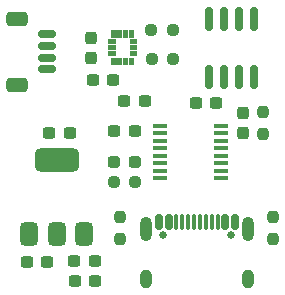
<source format=gbr>
%TF.GenerationSoftware,KiCad,Pcbnew,8.0.5*%
%TF.CreationDate,2024-11-23T20:35:32-07:00*%
%TF.ProjectId,2024_10_STM32C011J4M6_TestBoard,32303234-5f31-4305-9f53-544d33324330,rev?*%
%TF.SameCoordinates,Original*%
%TF.FileFunction,Soldermask,Top*%
%TF.FilePolarity,Negative*%
%FSLAX46Y46*%
G04 Gerber Fmt 4.6, Leading zero omitted, Abs format (unit mm)*
G04 Created by KiCad (PCBNEW 8.0.5) date 2024-11-23 20:35:32*
%MOMM*%
%LPD*%
G01*
G04 APERTURE LIST*
G04 Aperture macros list*
%AMRoundRect*
0 Rectangle with rounded corners*
0 $1 Rounding radius*
0 $2 $3 $4 $5 $6 $7 $8 $9 X,Y pos of 4 corners*
0 Add a 4 corners polygon primitive as box body*
4,1,4,$2,$3,$4,$5,$6,$7,$8,$9,$2,$3,0*
0 Add four circle primitives for the rounded corners*
1,1,$1+$1,$2,$3*
1,1,$1+$1,$4,$5*
1,1,$1+$1,$6,$7*
1,1,$1+$1,$8,$9*
0 Add four rect primitives between the rounded corners*
20,1,$1+$1,$2,$3,$4,$5,0*
20,1,$1+$1,$4,$5,$6,$7,0*
20,1,$1+$1,$6,$7,$8,$9,0*
20,1,$1+$1,$8,$9,$2,$3,0*%
G04 Aperture macros list end*
%ADD10C,0.010000*%
%ADD11RoundRect,0.237500X0.250000X0.237500X-0.250000X0.237500X-0.250000X-0.237500X0.250000X-0.237500X0*%
%ADD12RoundRect,0.237500X-0.250000X-0.237500X0.250000X-0.237500X0.250000X0.237500X-0.250000X0.237500X0*%
%ADD13RoundRect,0.237500X0.237500X-0.250000X0.237500X0.250000X-0.237500X0.250000X-0.237500X-0.250000X0*%
%ADD14RoundRect,0.237500X0.300000X0.237500X-0.300000X0.237500X-0.300000X-0.237500X0.300000X-0.237500X0*%
%ADD15R,1.200000X0.400000*%
%ADD16RoundRect,0.237500X-0.300000X-0.237500X0.300000X-0.237500X0.300000X0.237500X-0.300000X0.237500X0*%
%ADD17RoundRect,0.237500X-0.237500X0.250000X-0.237500X-0.250000X0.237500X-0.250000X0.237500X0.250000X0*%
%ADD18RoundRect,0.237500X0.237500X-0.287500X0.237500X0.287500X-0.237500X0.287500X-0.237500X-0.287500X0*%
%ADD19RoundRect,0.375000X0.375000X-0.625000X0.375000X0.625000X-0.375000X0.625000X-0.375000X-0.625000X0*%
%ADD20RoundRect,0.500000X1.400000X-0.500000X1.400000X0.500000X-1.400000X0.500000X-1.400000X-0.500000X0*%
%ADD21C,0.650000*%
%ADD22RoundRect,0.150000X-0.150000X-0.500000X0.150000X-0.500000X0.150000X0.500000X-0.150000X0.500000X0*%
%ADD23RoundRect,0.075000X-0.075000X-0.575000X0.075000X-0.575000X0.075000X0.575000X-0.075000X0.575000X0*%
%ADD24O,1.000000X2.100000*%
%ADD25O,1.000000X1.600000*%
%ADD26RoundRect,0.237500X0.287500X0.237500X-0.287500X0.237500X-0.287500X-0.237500X0.287500X-0.237500X0*%
%ADD27RoundRect,0.237500X-0.237500X0.300000X-0.237500X-0.300000X0.237500X-0.300000X0.237500X0.300000X0*%
%ADD28RoundRect,0.150000X0.625000X-0.150000X0.625000X0.150000X-0.625000X0.150000X-0.625000X-0.150000X0*%
%ADD29RoundRect,0.250000X0.650000X-0.350000X0.650000X0.350000X-0.650000X0.350000X-0.650000X-0.350000X0*%
%ADD30RoundRect,0.150000X0.150000X-0.825000X0.150000X0.825000X-0.150000X0.825000X-0.150000X-0.825000X0*%
G04 APERTURE END LIST*
D10*
%TO.C,MT1*%
X117084400Y-69404200D02*
X116509400Y-69404200D01*
X116509400Y-69054200D01*
X117084400Y-69054200D01*
X117084400Y-69404200D01*
G36*
X117084400Y-69404200D02*
G01*
X116509400Y-69404200D01*
X116509400Y-69054200D01*
X117084400Y-69054200D01*
X117084400Y-69404200D01*
G37*
X117084400Y-69904200D02*
X116509400Y-69904200D01*
X116509400Y-69554200D01*
X117084400Y-69554200D01*
X117084400Y-69904200D01*
G36*
X117084400Y-69904200D02*
G01*
X116509400Y-69904200D01*
X116509400Y-69554200D01*
X117084400Y-69554200D01*
X117084400Y-69904200D01*
G37*
X117084400Y-70404200D02*
X116509400Y-70404200D01*
X116509400Y-70054200D01*
X117084400Y-70054200D01*
X117084400Y-70404200D01*
G36*
X117084400Y-70404200D02*
G01*
X116509400Y-70404200D01*
X116509400Y-70054200D01*
X117084400Y-70054200D01*
X117084400Y-70404200D01*
G37*
X117134400Y-68854200D02*
X116784400Y-68854200D01*
X116784400Y-68279200D01*
X117134400Y-68279200D01*
X117134400Y-68854200D01*
G36*
X117134400Y-68854200D02*
G01*
X116784400Y-68854200D01*
X116784400Y-68279200D01*
X117134400Y-68279200D01*
X117134400Y-68854200D01*
G37*
X117134400Y-71179200D02*
X116784400Y-71179200D01*
X116784400Y-70604200D01*
X117134400Y-70604200D01*
X117134400Y-71179200D01*
G36*
X117134400Y-71179200D02*
G01*
X116784400Y-71179200D01*
X116784400Y-70604200D01*
X117134400Y-70604200D01*
X117134400Y-71179200D01*
G37*
X117634400Y-68854200D02*
X117284400Y-68854200D01*
X117284400Y-68279200D01*
X117634400Y-68279200D01*
X117634400Y-68854200D01*
G36*
X117634400Y-68854200D02*
G01*
X117284400Y-68854200D01*
X117284400Y-68279200D01*
X117634400Y-68279200D01*
X117634400Y-68854200D01*
G37*
X117634400Y-71179200D02*
X117284400Y-71179200D01*
X117284400Y-70604200D01*
X117634400Y-70604200D01*
X117634400Y-71179200D01*
G36*
X117634400Y-71179200D02*
G01*
X117284400Y-71179200D01*
X117284400Y-70604200D01*
X117634400Y-70604200D01*
X117634400Y-71179200D01*
G37*
X118134400Y-68854200D02*
X117784400Y-68854200D01*
X117784400Y-68279200D01*
X118134400Y-68279200D01*
X118134400Y-68854200D01*
G36*
X118134400Y-68854200D02*
G01*
X117784400Y-68854200D01*
X117784400Y-68279200D01*
X118134400Y-68279200D01*
X118134400Y-68854200D01*
G37*
X118134400Y-71179200D02*
X117784400Y-71179200D01*
X117784400Y-70604200D01*
X118134400Y-70604200D01*
X118134400Y-71179200D01*
G36*
X118134400Y-71179200D02*
G01*
X117784400Y-71179200D01*
X117784400Y-70604200D01*
X118134400Y-70604200D01*
X118134400Y-71179200D01*
G37*
X118634400Y-68854200D02*
X118284400Y-68854200D01*
X118284400Y-68279200D01*
X118634400Y-68279200D01*
X118634400Y-68854200D01*
G36*
X118634400Y-68854200D02*
G01*
X118284400Y-68854200D01*
X118284400Y-68279200D01*
X118634400Y-68279200D01*
X118634400Y-68854200D01*
G37*
X118634400Y-71179200D02*
X118284400Y-71179200D01*
X118284400Y-70604200D01*
X118634400Y-70604200D01*
X118634400Y-71179200D01*
G36*
X118634400Y-71179200D02*
G01*
X118284400Y-71179200D01*
X118284400Y-70604200D01*
X118634400Y-70604200D01*
X118634400Y-71179200D01*
G37*
X118909400Y-69404200D02*
X118334400Y-69404200D01*
X118334400Y-69054200D01*
X118909400Y-69054200D01*
X118909400Y-69404200D01*
G36*
X118909400Y-69404200D02*
G01*
X118334400Y-69404200D01*
X118334400Y-69054200D01*
X118909400Y-69054200D01*
X118909400Y-69404200D01*
G37*
X118909400Y-69904200D02*
X118334400Y-69904200D01*
X118334400Y-69554200D01*
X118909400Y-69554200D01*
X118909400Y-69904200D01*
G36*
X118909400Y-69904200D02*
G01*
X118334400Y-69904200D01*
X118334400Y-69554200D01*
X118909400Y-69554200D01*
X118909400Y-69904200D01*
G37*
X118909400Y-70404200D02*
X118334400Y-70404200D01*
X118334400Y-70054200D01*
X118909400Y-70054200D01*
X118909400Y-70404200D01*
G36*
X118909400Y-70404200D02*
G01*
X118334400Y-70404200D01*
X118334400Y-70054200D01*
X118909400Y-70054200D01*
X118909400Y-70404200D01*
G37*
%TD*%
D11*
%TO.C,R6*%
X122021900Y-70729200D03*
X120196900Y-70729200D03*
%TD*%
D12*
%TO.C,R5*%
X120171900Y-68254200D03*
X121996900Y-68254200D03*
%TD*%
D13*
%TO.C,R4*%
X117551200Y-85926300D03*
X117551200Y-84101300D03*
%TD*%
D14*
%TO.C,C7*%
X125652700Y-74422000D03*
X123927700Y-74422000D03*
%TD*%
D15*
%TO.C,U2*%
X126094800Y-80804600D03*
X126094800Y-80169600D03*
X126094800Y-79534600D03*
X126094800Y-78899600D03*
X126094800Y-78264600D03*
X126094800Y-77629600D03*
X126094800Y-76994600D03*
X126094800Y-76359600D03*
X120894800Y-76359600D03*
X120894800Y-76994600D03*
X120894800Y-77629600D03*
X120894800Y-78264600D03*
X120894800Y-78899600D03*
X120894800Y-79534600D03*
X120894800Y-80169600D03*
X120894800Y-80804600D03*
%TD*%
D16*
%TO.C,C9*%
X117869100Y-74289100D03*
X119594100Y-74289100D03*
%TD*%
D14*
%TO.C,C5*%
X111327100Y-87884000D03*
X109602100Y-87884000D03*
%TD*%
D17*
%TO.C,R3*%
X130454400Y-84101300D03*
X130454400Y-85926300D03*
%TD*%
D18*
%TO.C,D2*%
X127965200Y-77024200D03*
X127965200Y-75274200D03*
%TD*%
D14*
%TO.C,C1*%
X118769300Y-76835000D03*
X117044300Y-76835000D03*
%TD*%
D19*
%TO.C,U3*%
X109841000Y-85547600D03*
X112141000Y-85547600D03*
D20*
X112141000Y-79247600D03*
D19*
X114441000Y-85547600D03*
%TD*%
D14*
%TO.C,C3*%
X115392200Y-89509600D03*
X113667200Y-89509600D03*
%TD*%
D21*
%TO.C,J3*%
X121138200Y-85634600D03*
X126918200Y-85634600D03*
D22*
X120828200Y-84494600D03*
X121628200Y-84494600D03*
D23*
X122778200Y-84494600D03*
X123778200Y-84494600D03*
X124278200Y-84494600D03*
X125278200Y-84494600D03*
D22*
X126428200Y-84494600D03*
X127228200Y-84494600D03*
X127228200Y-84494600D03*
X126428200Y-84494600D03*
D23*
X125778200Y-84494600D03*
X124778200Y-84494600D03*
X123278200Y-84494600D03*
X122278200Y-84494600D03*
D22*
X121628200Y-84494600D03*
X120828200Y-84494600D03*
D24*
X119708200Y-85134600D03*
D25*
X119708200Y-89314600D03*
D24*
X128348200Y-85134600D03*
D25*
X128348200Y-89314600D03*
%TD*%
D12*
%TO.C,R1*%
X116994300Y-81178400D03*
X118819300Y-81178400D03*
%TD*%
D16*
%TO.C,C6*%
X111532500Y-76962000D03*
X113257500Y-76962000D03*
%TD*%
D26*
%TO.C,D1*%
X118767800Y-79476600D03*
X117017800Y-79476600D03*
%TD*%
D27*
%TO.C,C10*%
X115017000Y-68917500D03*
X115017000Y-70642500D03*
%TD*%
D14*
%TO.C,C8*%
X116946900Y-72529200D03*
X115221900Y-72529200D03*
%TD*%
D28*
%TO.C,J2*%
X111353600Y-71602600D03*
X111353600Y-70602600D03*
X111353600Y-69602600D03*
X111353600Y-68602600D03*
D29*
X108828600Y-72902600D03*
X108828600Y-67302600D03*
%TD*%
D17*
%TO.C,R2*%
X129616200Y-75236700D03*
X129616200Y-77061700D03*
%TD*%
D14*
%TO.C,C4*%
X115365700Y-87807800D03*
X113640700Y-87807800D03*
%TD*%
D30*
%TO.C,U1*%
X125069600Y-72274200D03*
X126339600Y-72274200D03*
X127609600Y-72274200D03*
X128879600Y-72274200D03*
X128879600Y-67324200D03*
X127609600Y-67324200D03*
X126339600Y-67324200D03*
X125069600Y-67324200D03*
%TD*%
M02*

</source>
